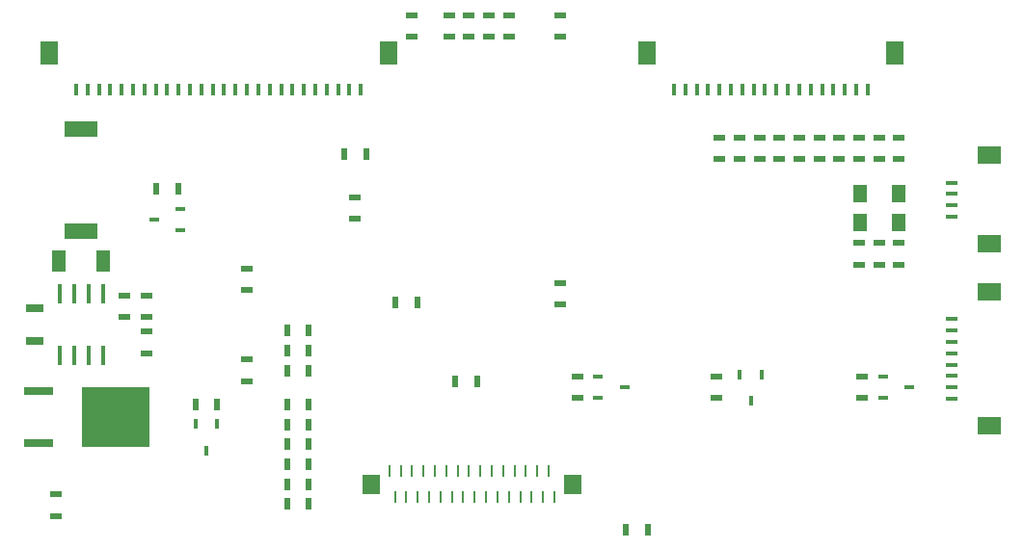
<source format=gbr>
%TF.GenerationSoftware,Novarm,DipTrace,3.2.0.1*%
%TF.CreationDate,2018-04-30T21:35:29+02:00*%
%FSLAX26Y26*%
%MOIN*%
%TF.FileFunction,Paste,Bot*%
%TF.Part,Single*%
%ADD60R,0.015748X0.043307*%
%ADD62R,0.062992X0.07874*%
%ADD64R,0.043307X0.015748*%
%ADD66R,0.07874X0.062992*%
%ADD68R,0.017717X0.033465*%
%ADD70R,0.033465X0.017717*%
%ADD71R,0.047244X0.062992*%
%ADD73R,0.047244X0.074803*%
%ADD77R,0.059055X0.027559*%
%ADD79R,0.11811X0.055118*%
%ADD83R,0.007874X0.041339*%
%ADD85R,0.062992X0.070866*%
%ADD87R,0.015748X0.070866*%
%ADD89R,0.003937X0.055118*%
%ADD91R,0.055118X0.003937*%
%ADD93R,0.234252X0.21063*%
%ADD95R,0.100394X0.031496*%
%ADD98R,0.043307X0.019685*%
%ADD100R,0.019685X0.043307*%
G75*
G01*
%LPD*%
D100*
X1799213Y944882D3*
X1724409D3*
Y1131890D3*
X1799213D3*
X1724409Y1062992D3*
X1799213D3*
Y600394D3*
X1724409D3*
X1799213Y669291D3*
X1724409D3*
X1799213Y738189D3*
X1724409D3*
X1799213Y807087D3*
X1724409D3*
X1799213Y875984D3*
X1724409D3*
X1799213Y1200787D3*
X1724409D3*
D98*
X1162205Y1321605D3*
Y1246802D3*
X924705Y559302D3*
Y634105D3*
X1584646Y1415354D3*
Y1340551D3*
Y1025591D3*
Y1100394D3*
X3287402Y1793307D3*
Y1868110D3*
X3425197Y1793307D3*
Y1868110D3*
X3562992Y1793307D3*
Y1868110D3*
X3700787Y1793307D3*
Y1868110D3*
X3838583Y1793307D3*
Y1868110D3*
X2283465Y2291339D3*
Y2216535D3*
X2352362Y2291339D3*
Y2216535D3*
D100*
X2173228Y1299213D3*
X2098425D3*
D98*
X1958661Y1586614D3*
Y1661417D3*
D100*
X1996063Y1811024D3*
X1921260D3*
D98*
X2155512Y2291339D3*
Y2216535D3*
X2667323Y2291339D3*
Y2216535D3*
Y1291339D3*
Y1366142D3*
D100*
X2379921Y1023622D3*
X2305118D3*
D95*
X865600Y813189D3*
Y992717D3*
D93*
X1129379Y902953D3*
D91*
X2059055Y1486220D3*
Y1505906D3*
Y1525591D3*
Y1545276D3*
Y1564961D3*
Y1584646D3*
Y1604331D3*
Y1624016D3*
Y1643701D3*
Y1663386D3*
Y1683071D3*
Y1702756D3*
Y1722441D3*
Y1742126D3*
Y1761811D3*
Y1781496D3*
Y1801181D3*
Y1820866D3*
Y1840551D3*
Y1860236D3*
Y1879921D3*
Y1899606D3*
Y1919291D3*
Y1938976D3*
Y1958661D3*
D89*
X2125984Y2025591D3*
X2145669D3*
X2165354D3*
X2185039D3*
X2204724D3*
X2224409D3*
X2244094D3*
X2263780D3*
X2283465D3*
X2303150D3*
X2322835D3*
X2342520D3*
X2362205D3*
X2381890D3*
X2401575D3*
X2421260D3*
X2440945D3*
X2460630D3*
X2480315D3*
X2500000D3*
X2519685D3*
X2539370D3*
X2559055D3*
X2578740D3*
X2598425D3*
D91*
X2665354Y1958661D3*
Y1938976D3*
Y1919291D3*
Y1899606D3*
Y1879921D3*
Y1860236D3*
Y1840551D3*
Y1820866D3*
Y1801181D3*
Y1781496D3*
Y1761811D3*
Y1742126D3*
Y1722441D3*
Y1702756D3*
Y1683071D3*
Y1663386D3*
Y1643701D3*
Y1624016D3*
Y1604331D3*
Y1584646D3*
Y1564961D3*
Y1545276D3*
Y1525591D3*
Y1505906D3*
Y1486220D3*
D89*
X2598425Y1419291D3*
X2578740D3*
X2559055D3*
X2539370D3*
X2519685D3*
X2500000D3*
X2480315D3*
X2460630D3*
X2440945D3*
X2421260D3*
X2401575D3*
X2381890D3*
X2362205D3*
X2342520D3*
X2322835D3*
X2303150D3*
X2283465D3*
X2263780D3*
X2244094D3*
X2224409D3*
X2204724D3*
X2185039D3*
X2165354D3*
X2145669D3*
X2125984D3*
D87*
X937205Y1328001D3*
X987205D3*
X1037205D3*
X1087205D3*
Y1115403D3*
X1037205D3*
X987205D3*
X937205D3*
D85*
X2013780Y669291D3*
D83*
X2096457Y625000D3*
X2116142Y713583D3*
X2135827Y625000D3*
X2155512Y713583D3*
X2175197Y625000D3*
X2194882Y713583D3*
X2214567Y625000D3*
X2234252Y713583D3*
X2253937Y625000D3*
X2273622Y713583D3*
X2293307Y625000D3*
X2312992Y713583D3*
X2332677Y625000D3*
X2352362Y713583D3*
X2372047Y625000D3*
X2391732Y713583D3*
X2411417Y625000D3*
X2431102Y713583D3*
X2450787Y625000D3*
X2470472Y713583D3*
X2490157Y625000D3*
X2509843Y713583D3*
X2529528Y625000D3*
X2549213Y713583D3*
X2568898Y625000D3*
X2588583Y713583D3*
X2608268Y625000D3*
X2627953Y713583D3*
X2647638Y625000D3*
X2076772Y713583D3*
D85*
X2710630Y669291D3*
D79*
X1012271Y1546505D3*
Y1896899D3*
D100*
X2970472Y511811D3*
X2895669D3*
D98*
X2726378Y966535D3*
Y1041339D3*
X1237205Y1246802D3*
Y1321605D3*
Y1121801D3*
Y1196604D3*
D77*
X849705Y1164615D3*
Y1278789D3*
D98*
X3769685Y1503937D3*
Y1429134D3*
X3838583Y1503937D3*
Y1429134D3*
X3700787Y1503937D3*
Y1429134D3*
X3710630Y966535D3*
Y1041339D3*
X3218504Y1868110D3*
Y1793307D3*
X3356299Y1868110D3*
Y1793307D3*
X3494094Y1868110D3*
Y1793307D3*
X3631890Y1868110D3*
Y1793307D3*
X3769685Y1868110D3*
Y1793307D3*
X2421260Y2216535D3*
Y2291339D3*
X2490157Y2216535D3*
Y2291339D3*
D100*
X1346457Y1692913D3*
X1271654D3*
X1480857Y944046D3*
X1406054D3*
D98*
X3208661Y966535D3*
Y1041339D3*
D73*
X935436Y1440451D3*
X1088974D3*
D71*
X3836614Y1673228D3*
X3702756D3*
X3836614Y1574803D3*
X3702756D3*
D70*
X1354331Y1622047D3*
Y1547244D3*
X1263780Y1584646D3*
X2799213Y966535D3*
Y1041339D3*
X2889764Y1003937D3*
D68*
X1406052Y876820D3*
X1480856D3*
X1443454Y786269D3*
X3289370Y1049213D3*
X3364173D3*
X3326772Y958661D3*
D70*
X3783465Y966535D3*
Y1041339D3*
X3874016Y1003937D3*
D66*
X4149606Y1807087D3*
D64*
X4021654Y1712598D3*
Y1673228D3*
Y1633858D3*
Y1594488D3*
D66*
X4149606Y1500000D3*
D62*
X2966535Y2161417D3*
D60*
X3061024Y2033465D3*
X3100394D3*
X3139764D3*
X3179134D3*
X3218504D3*
X3257874D3*
X3297244D3*
X3336614D3*
X3375984D3*
X3415354D3*
X3454724D3*
X3494094D3*
X3533465D3*
X3572835D3*
X3612205D3*
X3651575D3*
X3690945D3*
X3730315D3*
D62*
X3824803Y2161417D3*
X899606D3*
D60*
X994094Y2033465D3*
X1033465D3*
X1072835D3*
X1112205D3*
X1151575D3*
X1190945D3*
X1230315D3*
X1269685D3*
X1309055D3*
X1348425D3*
X1387795D3*
X1427165D3*
X1466535D3*
X1505906D3*
X1545276D3*
X1584646D3*
X1624016D3*
X1663386D3*
X1702756D3*
X1742126D3*
X1781496D3*
X1820866D3*
X1860236D3*
X1899606D3*
X1938976D3*
X1978346D3*
D62*
X2072835Y2161417D3*
D66*
X4149606Y1334646D3*
D64*
X4021654Y1240157D3*
Y1200787D3*
Y1161417D3*
Y1122047D3*
Y1082677D3*
Y1043307D3*
Y1003937D3*
Y964567D3*
D66*
X4149606Y870079D3*
M02*

</source>
